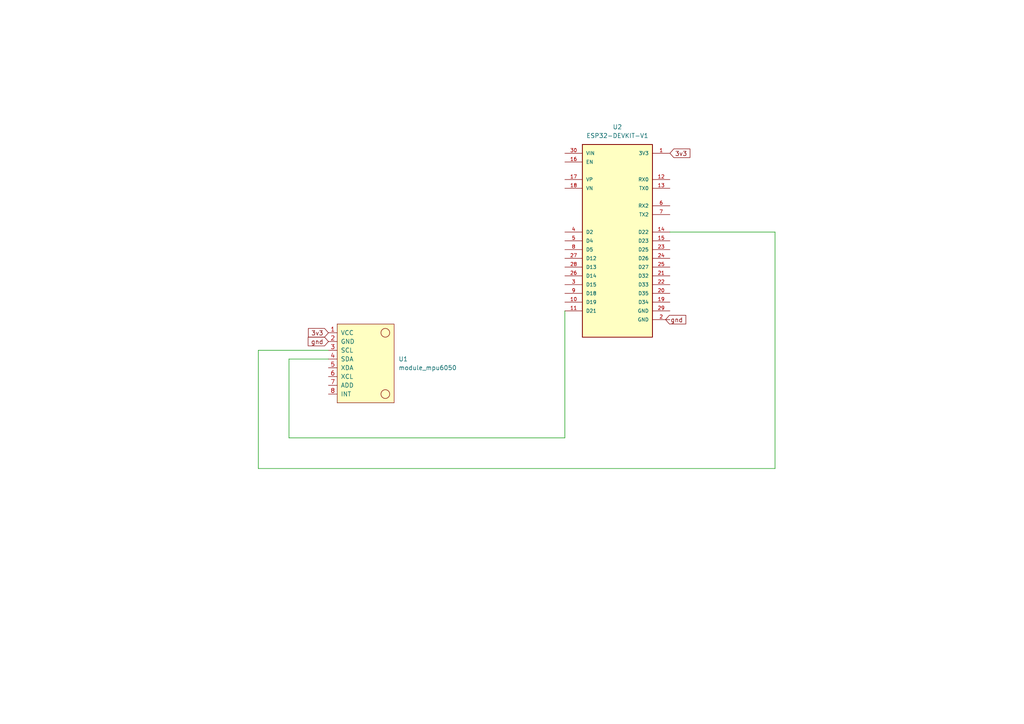
<source format=kicad_sch>
(kicad_sch (version 20211123) (generator eeschema)
  (paper "A4")
  (lib_symbols
    (symbol "ESP32-DEVKIT-V1:ESP32-DEVKIT-V1" (pin_names (offset 1.016))
      (property "Reference" "U" (at -10.16 30.48 0))
      (property "Value" "ESP32-DEVKIT-V1" (at -10.16 -30.48 0))
      (symbol "ESP32-DEVKIT-V1_0_0"
        (rectangle (start -10.16 -27.94) (end 10.16 27.94) (stroke (width 0.254)) (fill (type background)))
        (pin output line (at 15.24 25.4 180) (length 5.08) (name "3V3") (number "1"))
        (pin bidirectional line (at -15.24 -17.78 0) (length 5.08) (name "D19") (number "10"))
        (pin bidirectional line (at -15.24 -20.32 0) (length 5.08) (name "D21") (number "11"))
        (pin input line (at 15.24 17.78 180) (length 5.08) (name "RX0") (number "12"))
        (pin output line (at 15.24 15.24 180) (length 5.08) (name "TX0") (number "13"))
        (pin bidirectional line (at 15.24 2.54 180) (length 5.08) (name "D22") (number "14"))
        (pin bidirectional line (at 15.24 0 180) (length 5.08) (name "D23") (number "15"))
        (pin input line (at -15.24 22.86 0) (length 5.08) (name "EN") (number "16"))
        (pin bidirectional line (at -15.24 17.78 0) (length 5.08) (name "VP") (number "17"))
        (pin bidirectional line (at -15.24 15.24 0) (length 5.08) (name "VN") (number "18"))
        (pin bidirectional line (at 15.24 -17.78 180) (length 5.08) (name "D34") (number "19"))
        (pin power_in line (at 15.24 -22.86 180) (length 5.08) (name "GND") (number "2"))
        (pin bidirectional line (at 15.24 -15.24 180) (length 5.08) (name "D35") (number "20"))
        (pin bidirectional line (at 15.24 -10.16 180) (length 5.08) (name "D32") (number "21"))
        (pin bidirectional line (at 15.24 -12.7 180) (length 5.08) (name "D33") (number "22"))
        (pin bidirectional line (at 15.24 -2.54 180) (length 5.08) (name "D25") (number "23"))
        (pin bidirectional line (at 15.24 -5.08 180) (length 5.08) (name "D26") (number "24"))
        (pin bidirectional line (at 15.24 -7.62 180) (length 5.08) (name "D27") (number "25"))
        (pin bidirectional line (at -15.24 -10.16 0) (length 5.08) (name "D14") (number "26"))
        (pin bidirectional line (at -15.24 -5.08 0) (length 5.08) (name "D12") (number "27"))
        (pin bidirectional line (at -15.24 -7.62 0) (length 5.08) (name "D13") (number "28"))
        (pin power_in line (at 15.24 -20.32 180) (length 5.08) (name "GND") (number "29"))
        (pin bidirectional line (at -15.24 -12.7 0) (length 5.08) (name "D15") (number "3"))
        (pin input line (at -15.24 25.4 0) (length 5.08) (name "VIN") (number "30"))
        (pin bidirectional line (at -15.24 2.54 0) (length 5.08) (name "D2") (number "4"))
        (pin bidirectional line (at -15.24 0 0) (length 5.08) (name "D4") (number "5"))
        (pin input line (at 15.24 10.16 180) (length 5.08) (name "RX2") (number "6"))
        (pin output line (at 15.24 7.62 180) (length 5.08) (name "TX2") (number "7"))
        (pin bidirectional line (at -15.24 -2.54 0) (length 5.08) (name "D5") (number "8"))
        (pin bidirectional line (at -15.24 -15.24 0) (length 5.08) (name "D18") (number "9"))
      )
    )
    (symbol "usini_sensors:module_mpu6050" (pin_names (offset 1.016))
      (property "Reference" "U" (at 2.54 21.59 0))
      (property "Value" "module_mpu6050" (at 11.43 -3.81 0))
      (symbol "module_mpu6050_0_1"
        (rectangle (start 2.54 20.32) (end 19.05 -2.54) (fill (type background)))
        (circle (center 16.51 0) (radius 1.27))
        (circle (center 16.51 17.78) (radius 1.27))
      )
      (symbol "module_mpu6050_1_1"
        (pin input line (at 0 17.78 0) (length 2.54) (name "VCC") (number "1"))
        (pin input line (at 0 15.24 0) (length 2.54) (name "GND") (number "2"))
        (pin input line (at 0 12.7 0) (length 2.54) (name "SCL") (number "3"))
        (pin input line (at 0 10.16 0) (length 2.54) (name "SDA") (number "4"))
        (pin input line (at 0 7.62 0) (length 2.54) (name "XDA") (number "5"))
        (pin input line (at 0 5.08 0) (length 2.54) (name "XCL") (number "6"))
        (pin input line (at 0 2.54 0) (length 2.54) (name "ADD") (number "7"))
        (pin input line (at 0 0 0) (length 2.54) (name "INT") (number "8"))
      )
    )
  )
  (wire (pts (xy 83.82 104.14) (xy 83.82 127)))
  (wire (pts (xy 83.82 127) (xy 163.83 127)))
  (wire (pts (xy 74.93 135.89) (xy 224.79 135.89)))
  (wire (pts (xy 163.83 127) (xy 163.83 90.17)))
  (wire (pts (xy 224.79 67.31) (xy 194.31 67.31)))
  (wire (pts (xy 95.25 104.14) (xy 83.82 104.14)))
  (wire (pts (xy 224.79 135.89) (xy 224.79 67.31)))
  (wire (pts (xy 74.93 101.6) (xy 74.93 135.89)))
  (wire (pts (xy 95.25 101.6) (xy 74.93 101.6)))
  (global_label "3v3" (shape input) (at 194.31 44.45 0) (property "Intersheet References" "${INTERSHEET_REFS}" (effects hide)))
  (global_label "3v3" (shape input) (at 95.25 96.52 180) (property "Intersheet References" "${INTERSHEET_REFS}" (effects hide)))
  (global_label "gnd" (shape input) (at 95.25 99.06 180) (property "Intersheet References" "${INTERSHEET_REFS}" (effects hide)))
  (global_label "gnd" (shape input) (at 193.04 92.71 0) (property "Intersheet References" "${INTERSHEET_REFS}" (effects hide)))
  (symbol (lib_id "usini_sensors:module_mpu6050") (at 95.25 114.3 0) (unit 1)
    (property "Reference" "U1" (at 115.57 104.1399 0) (effects (justify left)))
    (property "Value" "module_mpu6050" (at 115.57 106.6799 0) (effects (justify left)))
    (property "Footprint" "usini_sensors:module_mpu6050" (effects hide))
  )
  (symbol (lib_id "ESP32-DEVKIT-V1:ESP32-DEVKIT-V1") (at 179.07 69.85 0) (unit 1)
    (property "Reference" "U2" (at 179.07 36.83 0))
    (property "Value" "ESP32-DEVKIT-V1" (at 179.07 39.37 0))
    (property "Footprint" "MODULE_ESP32_DEVKIT_V1" (effects hide))
    (property "STANDARD" "Manufacturer Recommendations" (effects hide))
    (property "PARTREV" "N/A" (effects hide))
    (property "MANUFACTURER" "DOIT" (effects hide))
    (property "MAXIMUM_PACKAGE_HEIGHT" "6.8 mm" (effects hide))
  )
)
</source>
